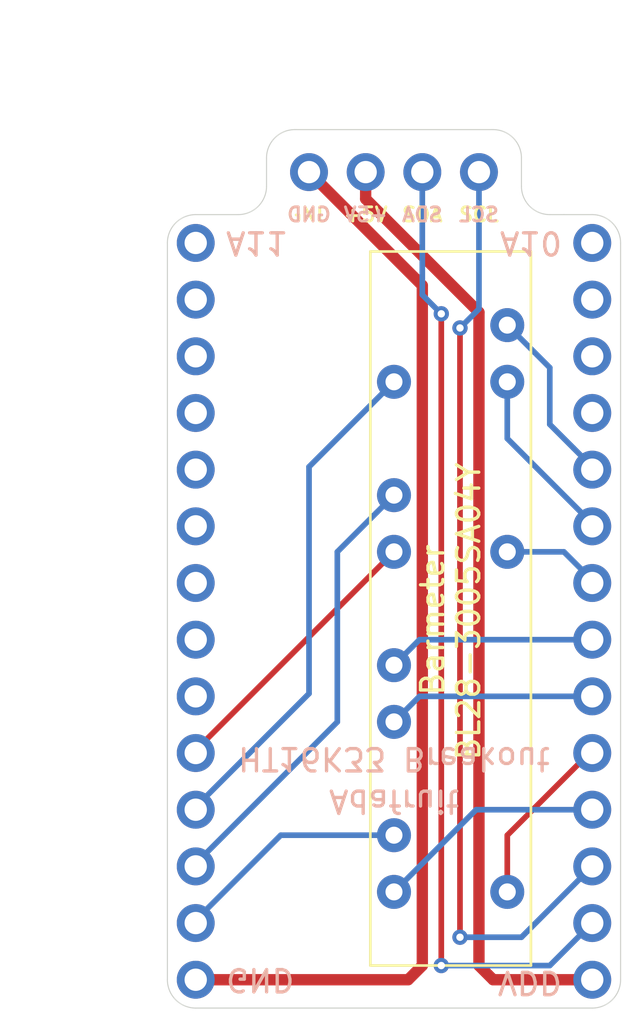
<source format=kicad_pcb>
(kicad_pcb (version 20171130) (host pcbnew "(5.1.5)-3")

  (general
    (thickness 1.6)
    (drawings 28)
    (tracks 53)
    (zones 0)
    (modules 3)
    (nets 16)
  )

  (page A4)
  (layers
    (0 F.Cu signal)
    (31 B.Cu signal)
    (32 B.Adhes user)
    (33 F.Adhes user)
    (34 B.Paste user)
    (35 F.Paste user)
    (36 B.SilkS user)
    (37 F.SilkS user)
    (38 B.Mask user)
    (39 F.Mask user)
    (40 Dwgs.User user)
    (41 Cmts.User user)
    (42 Eco1.User user)
    (43 Eco2.User user)
    (44 Edge.Cuts user)
    (45 Margin user)
    (46 B.CrtYd user)
    (47 F.CrtYd user)
    (48 B.Fab user hide)
    (49 F.Fab user)
  )

  (setup
    (last_trace_width 0.254)
    (user_trace_width 0.381)
    (user_trace_width 0.508)
    (trace_clearance 0.254)
    (zone_clearance 0.508)
    (zone_45_only no)
    (trace_min 0.1524)
    (via_size 0.6858)
    (via_drill 0.3302)
    (via_min_size 0.508)
    (via_min_drill 0.254)
    (uvia_size 0.6858)
    (uvia_drill 0.3302)
    (uvias_allowed no)
    (uvia_min_size 0)
    (uvia_min_drill 0)
    (edge_width 0.05)
    (segment_width 0.2)
    (pcb_text_width 0.3)
    (pcb_text_size 1.5 1.5)
    (mod_edge_width 0.12)
    (mod_text_size 1 1)
    (mod_text_width 0.15)
    (pad_size 1.524 1.524)
    (pad_drill 0.762)
    (pad_to_mask_clearance 0.0508)
    (aux_axis_origin 0 0)
    (grid_origin 107.95 118.745)
    (visible_elements 7FFFFFFF)
    (pcbplotparams
      (layerselection 0x010fc_ffffffff)
      (usegerberextensions false)
      (usegerberattributes false)
      (usegerberadvancedattributes false)
      (creategerberjobfile false)
      (excludeedgelayer true)
      (linewidth 0.100000)
      (plotframeref false)
      (viasonmask false)
      (mode 1)
      (useauxorigin false)
      (hpglpennumber 1)
      (hpglpenspeed 20)
      (hpglpendiameter 15.000000)
      (psnegative false)
      (psa4output false)
      (plotreference true)
      (plotvalue true)
      (plotinvisibletext false)
      (padsonsilk false)
      (subtractmaskfromsilk false)
      (outputformat 1)
      (mirror false)
      (drillshape 1)
      (scaleselection 1)
      (outputdirectory ""))
  )

  (net 0 "")
  (net 1 "Net-(B1-Pad22)")
  (net 2 "Net-(B1-Pad21)")
  (net 3 "Net-(B1-Pad19)")
  (net 4 "Net-(B1-Pad18)")
  (net 5 "Net-(B1-Pad15)")
  (net 6 "Net-(B1-Pad13)")
  (net 7 "Net-(B1-Pad11)")
  (net 8 "Net-(B1-Pad10)")
  (net 9 "Net-(B1-Pad7)")
  (net 10 "Net-(B1-Pad1)")
  (net 11 "Net-(J1-Pad4)")
  (net 12 "Net-(J1-Pad3)")
  (net 13 GND)
  (net 14 +5V)
  (net 15 "Net-(B1-Pad16)")

  (net_class Default "This is the default net class."
    (clearance 0.254)
    (trace_width 0.254)
    (via_dia 0.6858)
    (via_drill 0.3302)
    (uvia_dia 0.6858)
    (uvia_drill 0.3302)
    (diff_pair_width 0.254)
    (diff_pair_gap 0.1524)
    (add_net +5V)
    (add_net GND)
    (add_net "Net-(B1-Pad1)")
    (add_net "Net-(B1-Pad10)")
    (add_net "Net-(B1-Pad11)")
    (add_net "Net-(B1-Pad13)")
    (add_net "Net-(B1-Pad15)")
    (add_net "Net-(B1-Pad16)")
    (add_net "Net-(B1-Pad18)")
    (add_net "Net-(B1-Pad19)")
    (add_net "Net-(B1-Pad21)")
    (add_net "Net-(B1-Pad22)")
    (add_net "Net-(B1-Pad7)")
    (add_net "Net-(J1-Pad3)")
    (add_net "Net-(J1-Pad4)")
    (add_net "Net-(XA1-Pad10)")
    (add_net "Net-(XA1-Pad11)")
    (add_net "Net-(XA1-Pad12)")
    (add_net "Net-(XA1-Pad13)")
    (add_net "Net-(XA1-Pad14)")
    (add_net "Net-(XA1-Pad15)")
    (add_net "Net-(XA1-Pad16)")
    (add_net "Net-(XA1-Pad17)")
    (add_net "Net-(XA1-Pad18)")
    (add_net "Net-(XA1-Pad6)")
    (add_net "Net-(XA1-Pad7)")
    (add_net "Net-(XA1-Pad8)")
    (add_net "Net-(XA1-Pad9)")
  )

  (module cole_library:ht16k33_breakout (layer B.Cu) (tedit 60366A95) (tstamp 6029019A)
    (at 118.11 100.965)
    (path /6014F4D8)
    (fp_text reference XA1 (at 0 19.05) (layer B.SilkS) hide
      (effects (font (size 1 1) (thickness 0.15)) (justify mirror))
    )
    (fp_text value ht16k33_breakout (at 0 -19.05) (layer B.Fab)
      (effects (font (size 1 1) (thickness 0.15)) (justify mirror))
    )
    (fp_line (start -8.89 17.78) (end 8.89 17.78) (layer Dwgs.User) (width 0.12))
    (fp_line (start 10.16 16.51) (end 10.16 -16.51) (layer Dwgs.User) (width 0.12))
    (fp_line (start 8.89 -17.78) (end -8.89 -17.78) (layer Dwgs.User) (width 0.12))
    (fp_line (start -10.16 -16.51) (end -10.16 16.51) (layer Dwgs.User) (width 0.12))
    (fp_arc (start -8.89 -16.51) (end -10.16 -16.51) (angle 90) (layer Dwgs.User) (width 0.12))
    (fp_arc (start 8.89 -16.51) (end 8.89 -17.78) (angle 90) (layer Dwgs.User) (width 0.12))
    (fp_arc (start 8.89 16.51) (end 10.16 16.51) (angle 90) (layer Dwgs.User) (width 0.12))
    (fp_arc (start -8.89 16.51) (end -8.89 17.78) (angle 90) (layer Dwgs.User) (width 0.12))
    (fp_text user GND (at -7.62 16.51 180 unlocked) (layer B.SilkS)
      (effects (font (size 1 1) (thickness 0.15)) (justify left mirror))
    )
    (fp_text user VDD (at 7.62 16.635 180 unlocked) (layer B.SilkS)
      (effects (font (size 1 1) (thickness 0.15)) (justify right mirror))
    )
    (fp_text user Adafruit (at 0 8.511 180 unlocked) (layer B.SilkS)
      (effects (font (size 1 1) (thickness 0.15)) (justify mirror))
    )
    (fp_text user "HT16K33 Breakout" (at 0 6.606 180 unlocked) (layer B.SilkS)
      (effects (font (size 1 1) (thickness 0.15)) (justify mirror))
    )
    (fp_text user A11 (at -7.62 -16.51 180 unlocked) (layer B.SilkS)
      (effects (font (size 1 1) (thickness 0.15)) (justify left mirror))
    )
    (fp_text user A10 (at 7.62 -16.51 180 unlocked) (layer B.SilkS)
      (effects (font (size 1 1) (thickness 0.15)) (justify right mirror))
    )
    (pad 1 thru_hole circle (at -8.89 16.51) (size 1.7 1.7) (drill 1) (layers *.Cu *.Mask)
      (net 13 GND))
    (pad 2 thru_hole circle (at -8.89 13.97) (size 1.7 1.7) (drill 1) (layers *.Cu *.Mask)
      (net 2 "Net-(B1-Pad21)"))
    (pad 3 thru_hole circle (at -8.89 11.43) (size 1.7 1.7) (drill 1) (layers *.Cu *.Mask)
      (net 5 "Net-(B1-Pad15)"))
    (pad 4 thru_hole circle (at -8.89 8.89) (size 1.7 1.7) (drill 1) (layers *.Cu *.Mask)
      (net 6 "Net-(B1-Pad13)"))
    (pad 5 thru_hole circle (at -8.89 6.35) (size 1.7 1.7) (drill 1) (layers *.Cu *.Mask)
      (net 15 "Net-(B1-Pad16)"))
    (pad 6 thru_hole circle (at -8.89 3.81) (size 1.7 1.7) (drill 1) (layers *.Cu *.Mask))
    (pad 7 thru_hole circle (at -8.89 1.27) (size 1.7 1.7) (drill 1) (layers *.Cu *.Mask))
    (pad 8 thru_hole circle (at -8.89 -1.27) (size 1.7 1.7) (drill 1) (layers *.Cu *.Mask))
    (pad 9 thru_hole circle (at -8.89 -3.81) (size 1.7 1.7) (drill 1) (layers *.Cu *.Mask))
    (pad 10 thru_hole circle (at -8.89 -6.35) (size 1.7 1.7) (drill 1) (layers *.Cu *.Mask))
    (pad 11 thru_hole circle (at -8.89 -8.89) (size 1.7 1.7) (drill 1) (layers *.Cu *.Mask))
    (pad 12 thru_hole circle (at -8.89 -11.43) (size 1.7 1.7) (drill 1) (layers *.Cu *.Mask))
    (pad 13 thru_hole circle (at -8.89 -13.97) (size 1.7 1.7) (drill 1) (layers *.Cu *.Mask))
    (pad 14 thru_hole circle (at -8.89 -16.51) (size 1.7 1.7) (drill 1) (layers *.Cu *.Mask))
    (pad 15 thru_hole circle (at 8.89 -16.51) (size 1.7 1.7) (drill 1) (layers *.Cu *.Mask))
    (pad 16 thru_hole circle (at 8.89 -13.97) (size 1.7 1.7) (drill 1) (layers *.Cu *.Mask))
    (pad 17 thru_hole circle (at 8.89 -11.43) (size 1.7 1.7) (drill 1) (layers *.Cu *.Mask))
    (pad 18 thru_hole circle (at 8.89 -8.89) (size 1.7 1.7) (drill 1) (layers *.Cu *.Mask))
    (pad 19 thru_hole circle (at 8.89 -6.35) (size 1.7 1.7) (drill 1) (layers *.Cu *.Mask)
      (net 7 "Net-(B1-Pad11)"))
    (pad 20 thru_hole circle (at 8.89 -3.81) (size 1.7 1.7) (drill 1) (layers *.Cu *.Mask)
      (net 8 "Net-(B1-Pad10)"))
    (pad 21 thru_hole circle (at 8.89 -1.27) (size 1.7 1.7) (drill 1) (layers *.Cu *.Mask)
      (net 9 "Net-(B1-Pad7)"))
    (pad 22 thru_hole circle (at 8.89 1.27) (size 1.7 1.7) (drill 1) (layers *.Cu *.Mask)
      (net 4 "Net-(B1-Pad18)"))
    (pad 23 thru_hole circle (at 8.89 3.81) (size 1.7 1.7) (drill 1) (layers *.Cu *.Mask)
      (net 3 "Net-(B1-Pad19)"))
    (pad 24 thru_hole circle (at 8.89 6.35) (size 1.7 1.7) (drill 1) (layers *.Cu *.Mask)
      (net 10 "Net-(B1-Pad1)"))
    (pad 25 thru_hole circle (at 8.89 8.89) (size 1.7 1.7) (drill 1) (layers *.Cu *.Mask)
      (net 1 "Net-(B1-Pad22)"))
    (pad 26 thru_hole circle (at 8.89 11.43) (size 1.7 1.7) (drill 1) (layers *.Cu *.Mask)
      (net 11 "Net-(J1-Pad4)"))
    (pad 27 thru_hole circle (at 8.89 13.97) (size 1.7 1.7) (drill 1) (layers *.Cu *.Mask)
      (net 12 "Net-(J1-Pad3)"))
    (pad 28 thru_hole circle (at 8.89 16.51) (size 1.7 1.7) (drill 1) (layers *.Cu *.Mask)
      (net 14 +5V))
    (model W:/cole/KiCAD/proton_pack/cole_library.pretty/3d/ht16k33.wrl
      (offset (xyz 0 0 2.54))
      (scale (xyz 1 1 1))
      (rotate (xyz 0 0 0))
    )
  )

  (module Connector_PinHeader_2.54mm:PinHeader_1x04_P2.54mm_Vertical (layer B.Cu) (tedit 60366830) (tstamp 6036E1F6)
    (at 114.3 81.28 270)
    (descr "Through hole straight pin header, 1x04, 2.54mm pitch, single row")
    (tags "Through hole pin header THT 1x04 2.54mm single row")
    (path /6017DCCD)
    (fp_text reference J1 (at 0 2.33 90) (layer B.SilkS) hide
      (effects (font (size 1 1) (thickness 0.15)) (justify mirror))
    )
    (fp_text value Conn_01x04_Male (at 0 -9.95 90) (layer B.Fab)
      (effects (font (size 1 1) (thickness 0.15)) (justify mirror))
    )
    (fp_text user %R (at 0 -3.81) (layer B.Fab)
      (effects (font (size 1 1) (thickness 0.15)) (justify mirror))
    )
    (fp_line (start 1.8 1.8) (end -1.8 1.8) (layer B.CrtYd) (width 0.05))
    (fp_line (start 1.8 -9.4) (end 1.8 1.8) (layer B.CrtYd) (width 0.05))
    (fp_line (start -1.8 -9.4) (end 1.8 -9.4) (layer B.CrtYd) (width 0.05))
    (fp_line (start -1.8 1.8) (end -1.8 -9.4) (layer B.CrtYd) (width 0.05))
    (fp_line (start -1.27 0.635) (end -0.635 1.27) (layer B.Fab) (width 0.1))
    (fp_line (start -1.27 -8.89) (end -1.27 0.635) (layer B.Fab) (width 0.1))
    (fp_line (start 1.27 -8.89) (end -1.27 -8.89) (layer B.Fab) (width 0.1))
    (fp_line (start 1.27 1.27) (end 1.27 -8.89) (layer B.Fab) (width 0.1))
    (fp_line (start -0.635 1.27) (end 1.27 1.27) (layer B.Fab) (width 0.1))
    (pad 4 thru_hole oval (at 0 -7.62 270) (size 1.7 1.7) (drill 1) (layers *.Cu *.Mask)
      (net 11 "Net-(J1-Pad4)"))
    (pad 3 thru_hole oval (at 0 -5.08 270) (size 1.7 1.7) (drill 1) (layers *.Cu *.Mask)
      (net 12 "Net-(J1-Pad3)"))
    (pad 2 thru_hole oval (at 0 -2.54 270) (size 1.7 1.7) (drill 1) (layers *.Cu *.Mask)
      (net 14 +5V))
    (pad 1 thru_hole circle (at 0 0 270) (size 1.7 1.7) (drill 1) (layers *.Cu *.Mask)
      (net 13 GND))
  )

  (module cole_library:bargraph_bl28 (layer F.Cu) (tedit 6028A08E) (tstamp 6028A164)
    (at 120.65 100.838)
    (path /6014EB08)
    (fp_text reference B1 (at 0 17.018) (layer F.SilkS) hide
      (effects (font (size 1 1) (thickness 0.15)))
    )
    (fp_text value bargraph_bl28 (at 0 17.78) (layer F.Fab)
      (effects (font (size 1 1) (thickness 0.15)))
    )
    (fp_line (start -3.6 16) (end -3.6 -16) (layer F.SilkS) (width 0.12))
    (fp_line (start 3.6 16) (end 3.6 -16) (layer F.SilkS) (width 0.12))
    (fp_line (start -3.6 16) (end 3.6 16) (layer F.SilkS) (width 0.12))
    (fp_line (start -3.6 -16) (end 3.6 -16) (layer F.SilkS) (width 0.12))
    (pad 22 thru_hole circle (at -2.54 12.7) (size 1.524 1.524) (drill 0.762) (layers *.Cu *.Mask)
      (net 1 "Net-(B1-Pad22)"))
    (pad 21 thru_hole circle (at -2.54 10.16) (size 1.524 1.524) (drill 0.762) (layers *.Cu *.Mask)
      (net 2 "Net-(B1-Pad21)"))
    (pad 19 thru_hole circle (at -2.54 5.08) (size 1.524 1.524) (drill 0.762) (layers *.Cu *.Mask)
      (net 3 "Net-(B1-Pad19)"))
    (pad 18 thru_hole circle (at -2.54 2.54) (size 1.524 1.524) (drill 0.762) (layers *.Cu *.Mask)
      (net 4 "Net-(B1-Pad18)"))
    (pad 16 thru_hole circle (at -2.54 -2.54) (size 1.524 1.524) (drill 0.762) (layers *.Cu *.Mask)
      (net 15 "Net-(B1-Pad16)"))
    (pad 15 thru_hole circle (at -2.54 -5.08) (size 1.524 1.524) (drill 0.762) (layers *.Cu *.Mask)
      (net 5 "Net-(B1-Pad15)"))
    (pad 13 thru_hole circle (at -2.54 -10.16) (size 1.524 1.524) (drill 0.762) (layers *.Cu *.Mask)
      (net 6 "Net-(B1-Pad13)"))
    (pad 11 thru_hole circle (at 2.54 -12.7) (size 1.524 1.524) (drill 0.762) (layers *.Cu *.Mask)
      (net 7 "Net-(B1-Pad11)"))
    (pad 10 thru_hole circle (at 2.54 -10.16) (size 1.524 1.524) (drill 0.762) (layers *.Cu *.Mask)
      (net 8 "Net-(B1-Pad10)"))
    (pad 7 thru_hole circle (at 2.54 -2.54) (size 1.524 1.524) (drill 0.762) (layers *.Cu *.Mask)
      (net 9 "Net-(B1-Pad7)"))
    (pad 1 thru_hole circle (at 2.54 12.7) (size 1.524 1.524) (drill 0.762) (layers *.Cu *.Mask)
      (net 10 "Net-(B1-Pad1)"))
    (model W:/cole/KiCAD/proton_pack/cole_library.pretty/3d/bargraph_bl28.step
      (at (xyz 0 0 0))
      (scale (xyz 1 1 1))
      (rotate (xyz 0 0 180))
    )
  )

  (gr_text GND (at 114.3 83.185) (layer B.SilkS) (tstamp 6036D586)
    (effects (font (size 0.635 0.635) (thickness 0.127)) (justify mirror))
  )
  (gr_text SDA (at 119.38 83.185) (layer B.SilkS) (tstamp 6036E255)
    (effects (font (size 0.635 0.635) (thickness 0.127)) (justify mirror))
  )
  (gr_text +5V (at 116.84 83.185) (layer B.SilkS) (tstamp 6036D584)
    (effects (font (size 0.635 0.635) (thickness 0.127)) (justify mirror))
  )
  (gr_text SCL (at 121.92 83.185) (layer B.SilkS) (tstamp 6036D583)
    (effects (font (size 0.635 0.635) (thickness 0.127)) (justify mirror))
  )
  (gr_line (start 109.22 83.185) (end 111.125 83.185) (layer Edge.Cuts) (width 0.05) (tstamp 6036D31B))
  (gr_line (start 112.395 81.915) (end 112.395 80.645) (layer Edge.Cuts) (width 0.05) (tstamp 6036D318))
  (gr_arc (start 111.125 81.915) (end 111.125 83.185) (angle -90) (layer Edge.Cuts) (width 0.05))
  (gr_arc (start 113.665 80.645) (end 113.665 79.375) (angle -90) (layer Edge.Cuts) (width 0.05))
  (gr_line (start 125.095 83.185) (end 125.73 83.185) (layer Edge.Cuts) (width 0.05) (tstamp 6036CFD8))
  (gr_line (start 123.825 81.915) (end 123.825 80.645) (layer Edge.Cuts) (width 0.05) (tstamp 6036CFD7))
  (gr_arc (start 125.095 81.915) (end 123.825 81.915) (angle -90) (layer Edge.Cuts) (width 0.05))
  (gr_arc (start 122.555 80.645) (end 123.825 80.645) (angle -90) (layer Edge.Cuts) (width 0.05))
  (gr_line (start 125.73 83.185) (end 127 83.185) (layer Edge.Cuts) (width 0.05) (tstamp 6036CF1E))
  (gr_arc (start 127 84.455) (end 128.27 84.455) (angle -90) (layer Edge.Cuts) (width 0.05))
  (gr_arc (start 127 117.475) (end 127 118.745) (angle -90) (layer Edge.Cuts) (width 0.05))
  (gr_arc (start 109.22 117.475) (end 107.95 117.475) (angle -90) (layer Edge.Cuts) (width 0.05))
  (dimension 20.32 (width 0.15) (layer Dwgs.User)
    (gr_text "0.8000 in" (at 118.11 74.265) (layer Dwgs.User)
      (effects (font (size 1 1) (thickness 0.15)))
    )
    (feature1 (pts (xy 128.27 79.375) (xy 128.27 74.978579)))
    (feature2 (pts (xy 107.95 79.375) (xy 107.95 74.978579)))
    (crossbar (pts (xy 107.95 75.565) (xy 128.27 75.565)))
    (arrow1a (pts (xy 128.27 75.565) (xy 127.143496 76.151421)))
    (arrow1b (pts (xy 128.27 75.565) (xy 127.143496 74.978579)))
    (arrow2a (pts (xy 107.95 75.565) (xy 109.076504 76.151421)))
    (arrow2b (pts (xy 107.95 75.565) (xy 109.076504 74.978579)))
  )
  (dimension 39.37 (width 0.15) (layer Dwgs.User)
    (gr_text "1.5500 in" (at 104.11 99.06 90) (layer Dwgs.User)
      (effects (font (size 1 1) (thickness 0.15)))
    )
    (feature1 (pts (xy 107.95 79.375) (xy 104.823579 79.375)))
    (feature2 (pts (xy 107.95 118.745) (xy 104.823579 118.745)))
    (crossbar (pts (xy 105.41 118.745) (xy 105.41 79.375)))
    (arrow1a (pts (xy 105.41 79.375) (xy 105.996421 80.501504)))
    (arrow1b (pts (xy 105.41 79.375) (xy 104.823579 80.501504)))
    (arrow2a (pts (xy 105.41 118.745) (xy 105.996421 117.618496)))
    (arrow2b (pts (xy 105.41 118.745) (xy 104.823579 117.618496)))
  )
  (gr_text "Barmeter \nBL28-3005SA04Y" (at 120.65 100.965 90) (layer F.SilkS)
    (effects (font (size 1 1) (thickness 0.15)))
  )
  (gr_text SCL (at 121.92 83.185) (layer F.SilkS) (tstamp 6015CC2A)
    (effects (font (size 0.635 0.635) (thickness 0.127)))
  )
  (gr_text SDA (at 119.38 83.185) (layer F.SilkS) (tstamp 6015CC28)
    (effects (font (size 0.635 0.635) (thickness 0.127)))
  )
  (gr_text GND (at 114.3 83.185) (layer F.SilkS) (tstamp 6015CB74)
    (effects (font (size 0.635 0.635) (thickness 0.127)))
  )
  (gr_text +5V (at 116.84 83.185) (layer F.SilkS)
    (effects (font (size 0.635 0.635) (thickness 0.127)))
  )
  (gr_arc (start 109.22 84.455) (end 109.22 83.185) (angle -90) (layer Edge.Cuts) (width 0.05))
  (gr_line (start 127 118.745) (end 109.22 118.745) (layer Edge.Cuts) (width 0.05) (tstamp 60158DB6))
  (gr_line (start 128.27 84.455) (end 128.27 117.475) (layer Edge.Cuts) (width 0.05))
  (gr_line (start 113.665 79.375) (end 122.555 79.375) (layer Edge.Cuts) (width 0.05))
  (gr_line (start 107.95 117.475) (end 107.95 84.455) (layer Edge.Cuts) (width 0.05))

  (segment (start 126.875 109.855) (end 127 109.73) (width 0.254) (layer B.Cu) (net 1))
  (segment (start 118.11 113.538) (end 121.793 109.855) (width 0.254) (layer B.Cu) (net 1))
  (segment (start 121.793 109.855) (end 126.875 109.855) (width 0.254) (layer B.Cu) (net 1))
  (segment (start 113.032 110.998) (end 118.11 110.998) (width 0.254) (layer B.Cu) (net 2))
  (segment (start 109.22 114.81) (end 113.032 110.998) (width 0.254) (layer B.Cu) (net 2))
  (segment (start 126.875 104.775) (end 127 104.65) (width 0.254) (layer B.Cu) (net 3))
  (segment (start 118.11 105.918) (end 119.253 104.775) (width 0.254) (layer B.Cu) (net 3))
  (segment (start 119.253 104.775) (end 126.875 104.775) (width 0.254) (layer B.Cu) (net 3))
  (segment (start 126.875 102.235) (end 127 102.11) (width 0.254) (layer B.Cu) (net 4))
  (segment (start 118.11 103.378) (end 119.253 102.235) (width 0.254) (layer B.Cu) (net 4))
  (segment (start 119.253 102.235) (end 126.875 102.235) (width 0.254) (layer B.Cu) (net 4))
  (segment (start 117.348001 96.519999) (end 118.11 95.758) (width 0.254) (layer B.Cu) (net 5))
  (segment (start 115.57 98.298) (end 117.348001 96.519999) (width 0.254) (layer B.Cu) (net 5))
  (segment (start 109.22 112.27) (end 115.57 105.92) (width 0.254) (layer B.Cu) (net 5))
  (segment (start 115.57 105.92) (end 115.57 98.298) (width 0.254) (layer B.Cu) (net 5))
  (segment (start 109.22 109.73) (end 114.3 104.65) (width 0.254) (layer B.Cu) (net 6))
  (segment (start 114.3 94.488) (end 118.11 90.678) (width 0.254) (layer B.Cu) (net 6))
  (segment (start 114.3 104.65) (end 114.3 94.488) (width 0.254) (layer B.Cu) (net 6))
  (segment (start 125.095 92.585) (end 126.150001 93.640001) (width 0.254) (layer B.Cu) (net 7))
  (segment (start 123.19 88.138) (end 125.095 90.043) (width 0.254) (layer B.Cu) (net 7))
  (segment (start 126.150001 93.640001) (end 127 94.49) (width 0.254) (layer B.Cu) (net 7))
  (segment (start 125.095 90.043) (end 125.095 92.585) (width 0.254) (layer B.Cu) (net 7))
  (segment (start 123.19 93.22) (end 127 97.03) (width 0.254) (layer B.Cu) (net 8))
  (segment (start 123.19 90.678) (end 123.19 93.22) (width 0.254) (layer B.Cu) (net 8))
  (segment (start 125.728 98.298) (end 127 99.57) (width 0.254) (layer B.Cu) (net 9))
  (segment (start 123.19 98.298) (end 125.728 98.298) (width 0.254) (layer B.Cu) (net 9))
  (segment (start 123.19 111) (end 127 107.19) (width 0.254) (layer F.Cu) (net 10))
  (segment (start 123.19 113.538) (end 123.19 111) (width 0.254) (layer F.Cu) (net 10))
  (via (at 121.0691 115.57) (size 0.6858) (drill 0.3302) (layers F.Cu B.Cu) (net 11))
  (segment (start 121.0691 115.57) (end 123.825 115.57) (width 0.254) (layer B.Cu) (net 11))
  (segment (start 123.825 115.57) (end 127 112.395) (width 0.254) (layer B.Cu) (net 11))
  (via (at 121.0691 88.264956) (size 0.6858) (drill 0.3302) (layers F.Cu B.Cu) (net 11))
  (segment (start 121.0691 115.57) (end 121.0691 88.264956) (width 0.254) (layer F.Cu) (net 11))
  (segment (start 121.92 87.414056) (end 121.0691 88.264956) (width 0.254) (layer B.Cu) (net 11))
  (segment (start 121.92 81.28) (end 121.92 87.414056) (width 0.254) (layer B.Cu) (net 11))
  (via (at 120.2309 87.63) (size 0.6858) (drill 0.3302) (layers F.Cu B.Cu) (net 12))
  (segment (start 119.38 81.28) (end 119.38 86.7791) (width 0.254) (layer B.Cu) (net 12))
  (segment (start 119.38 86.7791) (end 120.2309 87.63) (width 0.254) (layer B.Cu) (net 12))
  (via (at 120.2309 116.84) (size 0.6858) (drill 0.3302) (layers F.Cu B.Cu) (net 12))
  (segment (start 120.2309 87.63) (end 120.2309 116.84) (width 0.254) (layer F.Cu) (net 12))
  (segment (start 125.095 116.84) (end 127 114.935) (width 0.254) (layer B.Cu) (net 12))
  (segment (start 120.2309 116.84) (end 125.095 116.84) (width 0.254) (layer B.Cu) (net 12))
  (segment (start 118.745 117.475) (end 109.22 117.475) (width 0.508) (layer F.Cu) (net 13))
  (segment (start 119.38 116.84) (end 118.745 117.475) (width 0.508) (layer F.Cu) (net 13))
  (segment (start 114.3 81.28) (end 119.38 86.36) (width 0.508) (layer F.Cu) (net 13))
  (segment (start 119.38 86.36) (end 119.38 116.84) (width 0.508) (layer F.Cu) (net 13))
  (segment (start 121.92 116.84) (end 122.555 117.475) (width 0.508) (layer F.Cu) (net 14))
  (segment (start 121.92 87.562081) (end 121.92 116.84) (width 0.508) (layer F.Cu) (net 14))
  (segment (start 122.555 117.475) (end 127 117.475) (width 0.508) (layer F.Cu) (net 14))
  (segment (start 116.84 81.28) (end 116.84 82.482081) (width 0.508) (layer F.Cu) (net 14))
  (segment (start 116.84 82.482081) (end 121.92 87.562081) (width 0.508) (layer F.Cu) (net 14))
  (segment (start 118.11 98.3) (end 118.11 98.298) (width 0.254) (layer F.Cu) (net 15))
  (segment (start 109.22 107.19) (end 118.11 98.3) (width 0.254) (layer F.Cu) (net 15))

)

</source>
